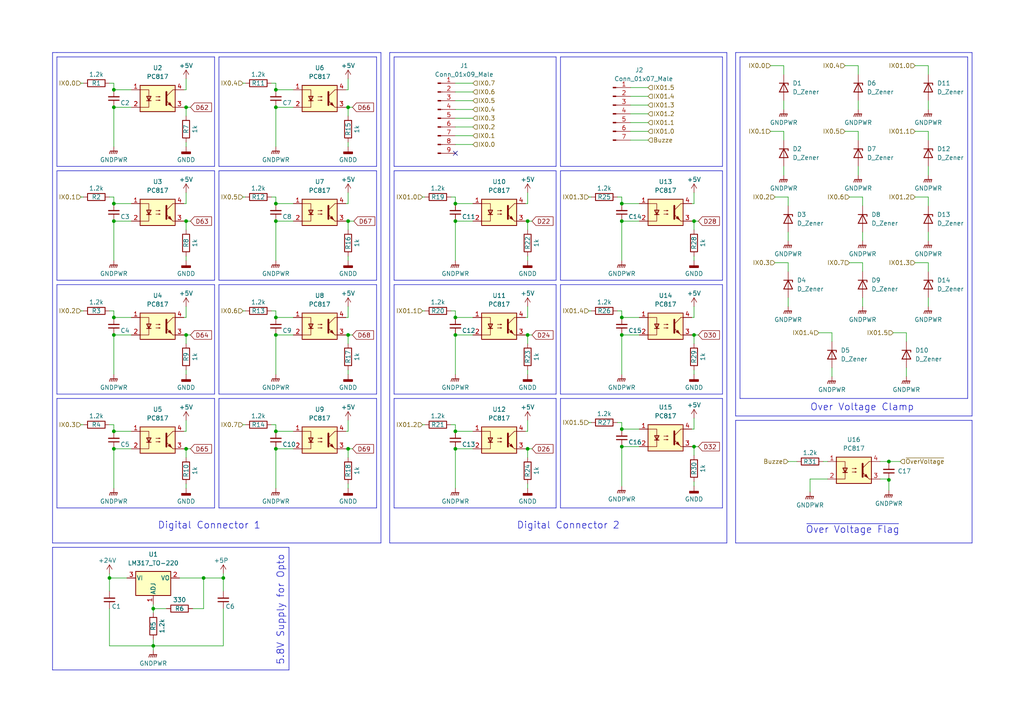
<source format=kicad_sch>
(kicad_sch (version 20230121) (generator eeschema)
  (paper "A4")
  (title_block (title "PLC RestoMod - Digital I/O") (date "2024-01-04") (rev "2.0") (company "Akbar Q Open Source") (comment 1 "Digital Input [Switch + External 24V]") (comment 2 "Corrected Relay Driver Circuit Power") (comment 3 "PCB Manufacture Complete - Pending Build and Test"))
  (junction (at 53.975 97.155))
  (junction (at 33.02 31.115))
  (junction (at 132.08 59.055))
  (junction (at 132.08 92.075))
  (junction (at 33.02 59.055))
  (junction (at 153.035 130.175))
  (junction (at 201.295 129.54))
  (junction (at 33.02 125.095))
  (junction (at 80.01 130.175))
  (junction (at 132.08 97.155))
  (junction (at 100.965 31.115))
  (junction (at 33.02 64.135))
  (junction (at 80.01 125.095))
  (junction (at 80.01 64.135))
  (junction (at 33.02 92.075))
  (junction (at 64.77 167.64))
  (junction (at 257.81 133.858))
  (junction (at 153.035 97.155))
  (junction (at 201.295 64.135))
  (junction (at 31.75 167.64))
  (junction (at 180.34 129.54))
  (junction (at 201.295 97.155))
  (junction (at 33.02 97.155))
  (junction (at 132.08 64.135))
  (junction (at 180.34 64.135))
  (junction (at 59.055 167.64))
  (junction (at 132.08 125.095))
  (junction (at 257.81 139.192))
  (junction (at 33.02 26.035))
  (junction (at 53.975 130.175))
  (junction (at 153.035 64.135))
  (junction (at 53.975 64.135))
  (junction (at 100.965 130.175))
  (junction (at 80.01 26.035))
  (junction (at 33.02 130.175))
  (junction (at 80.01 59.055))
  (junction (at 180.34 92.075))
  (junction (at 180.34 97.155))
  (junction (at 100.965 64.135))
  (junction (at 44.45 187.325))
  (junction (at 80.01 31.115))
  (junction (at 80.01 92.075))
  (junction (at 180.34 59.055))
  (junction (at 44.45 176.53))
  (junction (at 53.975 31.115))
  (junction (at 80.01 97.155))
  (junction (at 100.965 97.155))
  (junction (at 132.08 130.175))
  (junction (at 180.34 124.46))
  (no_connect (at 132.08 44.45))
  (wire (pts (xy 180.34 64.135) (xy 180.34 75.565)))
  (wire (pts (xy 262.89 99.06) (xy 262.89 96.52)))
  (polyline (pts (xy 63.5 115.57) (xy 109.22 115.57)))
  (wire (pts (xy 53.975 64.135) (xy 53.34 64.135)))
  (wire (pts (xy 201.295 97.155) (xy 200.66 97.155)))
  (wire (pts (xy 33.02 31.115) (xy 38.1 31.115)))
  (wire (pts (xy 255.27 138.938) (xy 257.81 138.938)))
  (polyline (pts (xy 162.56 16.51) (xy 162.56 48.26)))
  (wire (pts (xy 53.975 130.175) (xy 55.245 130.175)))
  (wire (pts (xy 80.01 125.095) (xy 85.09 125.095)))
  (wire (pts (xy 255.27 133.858) (xy 257.81 133.858)))
  (wire (pts (xy 180.34 129.54) (xy 185.42 129.54)))
  (polyline (pts (xy 161.29 114.3) (xy 114.3 114.3)))
  (wire (pts (xy 248.92 38.1) (xy 245.11 38.1)))
  (wire (pts (xy 100.965 130.175) (xy 102.235 130.175)))
  (wire (pts (xy 100.965 121.92) (xy 100.965 125.095)))
  (wire (pts (xy 132.08 24.13) (xy 137.16 24.13)))
  (wire (pts (xy 100.965 31.115) (xy 100.965 33.655)))
  (polyline (pts (xy 109.22 48.26) (xy 63.5 48.26)))
  (polyline (pts (xy 214.63 16.51) (xy 280.67 16.51)))
  (polyline (pts (xy 213.36 121.92) (xy 213.36 157.48)))
  (wire (pts (xy 248.92 48.26) (xy 248.92 50.8)))
  (wire (pts (xy 123.19 90.17) (xy 122.555 90.17)))
  (wire (pts (xy 132.08 64.135) (xy 137.16 64.135)))
  (wire (pts (xy 44.45 176.53) (xy 44.45 177.8)))
  (wire (pts (xy 64.77 176.53) (xy 64.77 187.325)))
  (wire (pts (xy 44.45 185.42) (xy 44.45 187.325)))
  (wire (pts (xy 33.02 57.15) (xy 33.02 59.055)))
  (wire (pts (xy 269.24 57.15) (xy 265.43 57.15)))
  (wire (pts (xy 132.08 26.67) (xy 137.16 26.67)))
  (polyline (pts (xy 62.23 49.53) (xy 62.23 81.28)))
  (wire (pts (xy 36.83 167.64) (xy 31.75 167.64)))
  (polyline (pts (xy 83.82 194.31) (xy 15.24 194.31)))
  (wire (pts (xy 100.965 140.335) (xy 100.965 141.605)))
  (wire (pts (xy 33.02 97.155) (xy 38.1 97.155)))
  (wire (pts (xy 153.035 64.135) (xy 154.305 64.135)))
  (wire (pts (xy 269.24 38.1) (xy 265.43 38.1)))
  (wire (pts (xy 132.08 125.095) (xy 137.16 125.095)))
  (wire (pts (xy 153.035 64.135) (xy 153.035 66.675)))
  (polyline (pts (xy 16.51 49.53) (xy 62.23 49.53)))
  (polyline (pts (xy 209.55 16.51) (xy 209.55 48.26)))
  (wire (pts (xy 269.24 48.26) (xy 269.24 50.8)))
  (wire (pts (xy 31.75 176.53) (xy 31.75 187.325)))
  (wire (pts (xy 180.34 57.15) (xy 180.34 59.055)))
  (wire (pts (xy 53.975 97.155) (xy 55.245 97.155)))
  (wire (pts (xy 201.295 139.7) (xy 201.295 140.97)))
  (polyline (pts (xy 62.23 16.51) (xy 62.23 48.26)))
  (polyline (pts (xy 63.5 115.57) (xy 63.5 147.32)))
  (polyline (pts (xy 114.3 49.53) (xy 114.3 81.28)))
  (polyline (pts (xy 16.51 49.53) (xy 16.51 81.28)))
  (wire (pts (xy 80.01 130.175) (xy 80.01 141.605)))
  (wire (pts (xy 241.3 96.52) (xy 237.49 96.52)))
  (wire (pts (xy 100.965 130.175) (xy 100.965 132.715)))
  (wire (pts (xy 100.965 130.175) (xy 100.33 130.175)))
  (polyline (pts (xy 110.49 157.48) (xy 15.24 157.48)))
  (polyline (pts (xy 63.5 16.51) (xy 109.22 16.51)))
  (polyline (pts (xy 281.94 157.48) (xy 213.36 157.48)))
  (wire (pts (xy 153.035 140.335) (xy 153.035 141.605)))
  (wire (pts (xy 24.13 123.19) (xy 23.495 123.19)))
  (polyline (pts (xy 162.56 82.55) (xy 162.56 114.3)))
  (wire (pts (xy 130.81 57.15) (xy 132.08 57.15)))
  (wire (pts (xy 53.975 55.88) (xy 53.975 59.055)))
  (wire (pts (xy 53.975 64.135) (xy 55.245 64.135)))
  (polyline (pts (xy 161.29 48.26) (xy 114.3 48.26)))
  (wire (pts (xy 153.035 97.155) (xy 154.305 97.155)))
  (wire (pts (xy 53.34 59.055) (xy 53.975 59.055)))
  (polyline (pts (xy 63.5 82.55) (xy 109.22 82.55)))
  (wire (pts (xy 227.33 29.21) (xy 227.33 31.75)))
  (wire (pts (xy 59.055 167.64) (xy 59.055 176.53)))
  (wire (pts (xy 80.01 31.115) (xy 80.01 42.545)))
  (wire (pts (xy 201.295 107.315) (xy 201.295 108.585)))
  (polyline (pts (xy 114.3 82.55) (xy 161.29 82.55)))
  (wire (pts (xy 53.975 31.115) (xy 53.975 33.655)))
  (wire (pts (xy 228.6 76.2) (xy 224.79 76.2)))
  (wire (pts (xy 31.75 166.37) (xy 31.75 167.64)))
  (wire (pts (xy 132.08 34.29) (xy 137.16 34.29)))
  (wire (pts (xy 100.965 74.295) (xy 100.965 75.565)))
  (polyline (pts (xy 161.29 82.55) (xy 161.29 114.3)))
  (wire (pts (xy 53.975 140.335) (xy 53.975 141.605)))
  (wire (pts (xy 153.035 97.155) (xy 153.035 99.695)))
  (wire (pts (xy 153.035 97.155) (xy 152.4 97.155)))
  (wire (pts (xy 182.88 38.1) (xy 187.96 38.1)))
  (wire (pts (xy 153.035 107.315) (xy 153.035 108.585)))
  (wire (pts (xy 201.295 97.155) (xy 202.565 97.155)))
  (wire (pts (xy 71.12 57.15) (xy 70.485 57.15)))
  (polyline (pts (xy 16.51 115.57) (xy 16.51 147.32)))
  (wire (pts (xy 257.81 139.192) (xy 257.81 142.24)))
  (wire (pts (xy 31.75 57.15) (xy 33.02 57.15)))
  (wire (pts (xy 80.01 59.055) (xy 85.09 59.055)))
  (polyline (pts (xy 209.55 147.32) (xy 162.56 147.32)))
  (wire (pts (xy 130.81 123.19) (xy 132.08 123.19)))
  (polyline (pts (xy 109.22 115.57) (xy 109.22 147.32)))
  (wire (pts (xy 100.33 26.035) (xy 100.965 26.035)))
  (wire (pts (xy 153.035 74.295) (xy 153.035 75.565)))
  (wire (pts (xy 269.24 67.31) (xy 269.24 69.85)))
  (wire (pts (xy 170.815 90.17) (xy 171.45 90.17)))
  (polyline (pts (xy 16.51 15.24) (xy 110.49 15.24)))
  (wire (pts (xy 31.75 123.19) (xy 33.02 123.19)))
  (wire (pts (xy 132.08 92.075) (xy 137.16 92.075)))
  (polyline (pts (xy 209.55 82.55) (xy 209.55 114.3)))
  (wire (pts (xy 153.035 130.175) (xy 152.4 130.175)))
  (wire (pts (xy 269.24 59.69) (xy 269.24 57.15)))
  (wire (pts (xy 269.24 29.21) (xy 269.24 31.75)))
  (polyline (pts (xy 114.3 16.51) (xy 114.3 48.26)))
  (wire (pts (xy 100.965 64.135) (xy 100.33 64.135)))
  (wire (pts (xy 100.965 97.155) (xy 100.33 97.155)))
  (wire (pts (xy 33.02 92.075) (xy 38.1 92.075)))
  (wire (pts (xy 228.6 67.31) (xy 228.6 69.85)))
  (polyline (pts (xy 281.94 120.65) (xy 213.36 120.65)))
  (wire (pts (xy 248.92 40.64) (xy 248.92 38.1)))
  (wire (pts (xy 269.24 78.74) (xy 269.24 76.2)))
  (wire (pts (xy 180.34 59.055) (xy 185.42 59.055)))
  (wire (pts (xy 53.975 64.135) (xy 53.975 66.675)))
  (wire (pts (xy 44.45 187.325) (xy 64.77 187.325)))
  (wire (pts (xy 53.975 97.155) (xy 53.34 97.155)))
  (wire (pts (xy 201.295 74.295) (xy 201.295 75.565)))
  (wire (pts (xy 78.74 123.19) (xy 80.01 123.19)))
  (polyline (pts (xy 16.51 115.57) (xy 62.23 115.57)))
  (wire (pts (xy 100.33 59.055) (xy 100.965 59.055)))
  (wire (pts (xy 227.33 19.05) (xy 223.52 19.05)))
  (wire (pts (xy 132.08 59.055) (xy 137.16 59.055)))
  (polyline (pts (xy 161.29 147.32) (xy 114.3 147.32)))
  (wire (pts (xy 182.88 27.94) (xy 187.96 27.94)))
  (polyline (pts (xy 62.23 147.32) (xy 16.51 147.32)))
  (polyline (pts (xy 114.3 16.51) (xy 161.29 16.51)))
  (wire (pts (xy 262.89 106.68) (xy 262.89 109.22)))
  (wire (pts (xy 122.555 57.15) (xy 123.19 57.15)))
  (wire (pts (xy 44.45 175.26) (xy 44.45 176.53)))
  (polyline (pts (xy 209.55 114.3) (xy 162.56 114.3)))
  (wire (pts (xy 80.01 92.075) (xy 85.09 92.075)))
  (wire (pts (xy 250.19 67.31) (xy 250.19 69.85)))
  (polyline (pts (xy 162.56 115.57) (xy 209.55 115.57)))
  (wire (pts (xy 80.01 24.13) (xy 80.01 26.035)))
  (wire (pts (xy 80.01 97.155) (xy 80.01 108.585)))
  (wire (pts (xy 180.34 90.17) (xy 180.34 92.075)))
  (wire (pts (xy 248.92 19.05) (xy 245.11 19.05)))
  (wire (pts (xy 53.975 97.155) (xy 53.975 99.695)))
  (wire (pts (xy 132.08 130.175) (xy 132.08 141.605)))
  (wire (pts (xy 153.035 121.92) (xy 153.035 125.095)))
  (wire (pts (xy 132.08 64.135) (xy 132.08 75.565)))
  (wire (pts (xy 250.19 76.2) (xy 246.38 76.2)))
  (polyline (pts (xy 83.82 158.75) (xy 83.82 194.31)))
  (wire (pts (xy 53.34 125.095) (xy 53.975 125.095)))
  (polyline (pts (xy 109.22 82.55) (xy 109.22 114.3)))
  (wire (pts (xy 152.4 125.095) (xy 153.035 125.095)))
  (polyline (pts (xy 210.82 157.48) (xy 210.82 15.24)))
  (polyline (pts (xy 63.5 49.53) (xy 63.5 81.28)))
  (wire (pts (xy 153.035 88.9) (xy 153.035 92.075)))
  (wire (pts (xy 228.6 78.74) (xy 228.6 76.2)))
  (polyline (pts (xy 16.51 16.51) (xy 16.51 48.26)))
  (wire (pts (xy 100.33 125.095) (xy 100.965 125.095)))
  (wire (pts (xy 53.975 31.115) (xy 55.245 31.115)))
  (wire (pts (xy 31.75 24.13) (xy 33.02 24.13)))
  (wire (pts (xy 153.035 64.135) (xy 152.4 64.135)))
  (polyline (pts (xy 62.23 82.55) (xy 62.23 114.3)))
  (polyline (pts (xy 109.22 81.28) (xy 63.5 81.28)))
  (wire (pts (xy 180.34 97.155) (xy 180.34 108.585)))
  (polyline (pts (xy 209.55 48.26) (xy 162.56 48.26)))
  (wire (pts (xy 250.19 59.69) (xy 250.19 57.15)))
  (wire (pts (xy 201.295 129.54) (xy 202.565 129.54)))
  (wire (pts (xy 228.6 57.15) (xy 224.79 57.15)))
  (polyline (pts (xy 280.67 16.51) (xy 280.67 115.57)))
  (polyline (pts (xy 63.5 82.55) (xy 63.5 114.3)))
  (wire (pts (xy 64.77 166.37) (xy 64.77 167.64)))
  (wire (pts (xy 64.77 171.45) (xy 64.77 167.64)))
  (wire (pts (xy 33.02 24.13) (xy 33.02 26.035)))
  (wire (pts (xy 33.02 64.135) (xy 38.1 64.135)))
  (polyline (pts (xy 113.03 157.48) (xy 210.82 157.48)))
  (wire (pts (xy 53.975 41.275) (xy 53.975 42.545)))
  (wire (pts (xy 80.01 64.135) (xy 85.09 64.135)))
  (wire (pts (xy 100.965 31.115) (xy 100.33 31.115)))
  (wire (pts (xy 228.6 86.36) (xy 228.6 88.9)))
  (wire (pts (xy 31.75 187.325) (xy 44.45 187.325)))
  (wire (pts (xy 228.6 59.69) (xy 228.6 57.15)))
  (wire (pts (xy 100.965 97.155) (xy 100.965 99.695)))
  (wire (pts (xy 52.07 167.64) (xy 59.055 167.64)))
  (wire (pts (xy 132.08 123.19) (xy 132.08 125.095)))
  (wire (pts (xy 234.9498 142.7022) (xy 234.9498 138.938)))
  (wire (pts (xy 201.295 129.54) (xy 201.295 132.08)))
  (wire (pts (xy 130.81 90.17) (xy 132.08 90.17)))
  (wire (pts (xy 201.295 64.135) (xy 202.565 64.135)))
  (wire (pts (xy 132.08 97.155) (xy 137.16 97.155)))
  (wire (pts (xy 132.08 29.21) (xy 137.16 29.21)))
  (wire (pts (xy 24.13 57.15) (xy 23.495 57.15)))
  (wire (pts (xy 33.02 130.175) (xy 33.02 141.605)))
  (wire (pts (xy 31.75 167.64) (xy 31.75 171.45)))
  (wire (pts (xy 180.34 122.555) (xy 180.34 124.46)))
  (wire (pts (xy 78.74 24.13) (xy 80.01 24.13)))
  (wire (pts (xy 33.02 123.19) (xy 33.02 125.095)))
  (wire (pts (xy 33.02 64.135) (xy 33.02 75.565)))
  (wire (pts (xy 132.08 41.91) (xy 137.16 41.91)))
  (polyline (pts (xy 161.29 49.53) (xy 161.29 81.28)))
  (polyline (pts (xy 114.3 115.57) (xy 161.29 115.57)))
  (wire (pts (xy 100.33 92.075) (xy 100.965 92.075)))
  (polyline (pts (xy 280.67 115.57) (xy 214.63 115.57)))
  (wire (pts (xy 180.34 64.135) (xy 185.42 64.135)))
  (wire (pts (xy 182.88 33.02) (xy 187.96 33.02)))
  (polyline (pts (xy 62.23 81.28) (xy 16.51 81.28)))
  (polyline (pts (xy 162.56 115.57) (xy 162.56 147.32)))
  (wire (pts (xy 80.01 64.135) (xy 80.01 75.565)))
  (polyline (pts (xy 281.94 121.92) (xy 281.94 157.48)))
  (polyline (pts (xy 114.3 82.55) (xy 114.3 114.3)))
  (wire (pts (xy 152.4 92.075) (xy 153.035 92.075)))
  (wire (pts (xy 248.92 21.59) (xy 248.92 19.05)))
  (wire (pts (xy 59.055 167.64) (xy 64.77 167.64)))
  (polyline (pts (xy 63.5 16.51) (xy 63.5 48.26)))
  (wire (pts (xy 180.34 129.54) (xy 180.34 140.97)))
  (wire (pts (xy 201.295 64.135) (xy 201.295 66.675)))
  (polyline (pts (xy 162.56 16.51) (xy 209.55 16.51)))
  (wire (pts (xy 80.01 130.175) (xy 85.09 130.175)))
  (wire (pts (xy 71.12 90.17) (xy 70.485 90.17)))
  (wire (pts (xy 201.295 88.9) (xy 201.295 92.075)))
  (wire (pts (xy 250.19 78.74) (xy 250.19 76.2)))
  (wire (pts (xy 200.66 59.055) (xy 201.295 59.055)))
  (polyline (pts (xy 213.36 121.92) (xy 281.94 121.92)))
  (wire (pts (xy 179.07 122.555) (xy 180.34 122.555)))
  (wire (pts (xy 132.08 97.155) (xy 132.08 108.585)))
  (wire (pts (xy 227.33 48.26) (xy 227.33 50.8)))
  (wire (pts (xy 33.02 59.055) (xy 38.1 59.055)))
  (polyline (pts (xy 209.55 81.28) (xy 162.56 81.28)))
  (wire (pts (xy 241.3 99.06) (xy 241.3 96.52)))
  (wire (pts (xy 200.66 92.075) (xy 201.295 92.075)))
  (wire (pts (xy 201.295 97.155) (xy 201.295 99.695)))
  (wire (pts (xy 132.08 90.17) (xy 132.08 92.075)))
  (wire (pts (xy 80.01 57.15) (xy 80.01 59.055)))
  (wire (pts (xy 100.965 55.88) (xy 100.965 59.055)))
  (wire (pts (xy 257.81 133.858) (xy 257.81 134.112)))
  (wire (pts (xy 71.12 24.13) (xy 70.485 24.13)))
  (polyline (pts (xy 162.56 82.55) (xy 209.55 82.55)))
  (wire (pts (xy 31.75 90.17) (xy 33.02 90.17)))
  (wire (pts (xy 180.34 124.46) (xy 185.42 124.46)))
  (polyline (pts (xy 15.24 157.48) (xy 15.24 15.24)))
  (wire (pts (xy 33.02 130.175) (xy 38.1 130.175)))
  (polyline (pts (xy 113.03 15.24) (xy 210.82 15.24)))
  (wire (pts (xy 180.34 92.075) (xy 185.42 92.075)))
  (wire (pts (xy 248.92 29.21) (xy 248.92 31.75)))
  (polyline (pts (xy 62.23 115.57) (xy 62.23 147.32)))
  (polyline (pts (xy 114.3 49.53) (xy 161.29 49.53)))
  (wire (pts (xy 201.295 55.88) (xy 201.295 59.055)))
  (wire (pts (xy 201.295 129.54) (xy 200.66 129.54)))
  (wire (pts (xy 53.975 22.86) (xy 53.975 26.035)))
  (wire (pts (xy 171.45 57.15) (xy 170.815 57.15)))
  (wire (pts (xy 53.34 26.035) (xy 53.975 26.035)))
  (wire (pts (xy 33.02 125.095) (xy 38.1 125.095)))
  (polyline (pts (xy 281.94 15.24) (xy 281.94 120.65)))
  (wire (pts (xy 100.965 41.275) (xy 100.965 42.545)))
  (wire (pts (xy 132.08 57.15) (xy 132.08 59.055)))
  (wire (pts (xy 182.88 25.4) (xy 187.96 25.4)))
  (wire (pts (xy 228.6 133.858) (xy 231.14 133.858)))
  (polyline (pts (xy 16.51 16.51) (xy 62.23 16.51)))
  (wire (pts (xy 100.965 97.155) (xy 102.235 97.155)))
  (wire (pts (xy 227.33 21.59) (xy 227.33 19.05)))
  (wire (pts (xy 78.74 57.15) (xy 80.01 57.15)))
  (polyline (pts (xy 114.3 115.57) (xy 114.3 147.32)))
  (wire (pts (xy 250.19 57.15) (xy 246.38 57.15)))
  (wire (pts (xy 227.33 40.64) (xy 227.33 38.1)))
  (polyline (pts (xy 161.29 81.28) (xy 114.3 81.28)))
  (wire (pts (xy 132.08 39.37) (xy 137.16 39.37)))
  (wire (pts (xy 240.03 133.858) (xy 238.76 133.858)))
  (wire (pts (xy 80.01 97.155) (xy 85.09 97.155)))
  (polyline (pts (xy 110.49 15.24) (xy 110.49 157.48)))
  (polyline (pts (xy 62.23 114.3) (xy 16.51 114.3)))
  (wire (pts (xy 132.08 130.175) (xy 137.16 130.175)))
  (wire (pts (xy 53.975 31.115) (xy 53.34 31.115)))
  (wire (pts (xy 180.34 97.155) (xy 185.42 97.155)))
  (wire (pts (xy 153.035 55.88) (xy 153.035 59.055)))
  (polyline (pts (xy 109.22 147.32) (xy 63.5 147.32)))
  (wire (pts (xy 23.495 24.13) (xy 24.13 24.13)))
  (wire (pts (xy 44.45 176.53) (xy 48.26 176.53)))
  (wire (pts (xy 53.34 92.075) (xy 53.975 92.075)))
  (polyline (pts (xy 162.56 49.53) (xy 209.55 49.53)))
  (wire (pts (xy 153.035 130.175) (xy 154.305 130.175)))
  (wire (pts (xy 80.01 90.17) (xy 80.01 92.075)))
  (polyline (pts (xy 63.5 49.53) (xy 109.22 49.53)))
  (wire (pts (xy 33.02 26.035) (xy 38.1 26.035)))
  (polyline (pts (xy 161.29 115.57) (xy 161.29 147.32)))
  (polyline (pts (xy 209.55 49.53) (xy 209.55 81.28)))
  (polyline (pts (xy 16.51 82.55) (xy 62.23 82.55)))
  (wire (pts (xy 269.24 86.36) (xy 269.24 88.9)))
  (polyline (pts (xy 16.51 82.55) (xy 16.51 114.3)))
  (wire (pts (xy 257.81 133.858) (xy 261.112 133.858)))
  (wire (pts (xy 70.485 123.19) (xy 71.12 123.19)))
  (polyline (pts (xy 162.56 49.53) (xy 162.56 81.28)))
  (polyline (pts (xy 15.24 158.75) (xy 83.82 158.75)))
  (polyline (pts (xy 62.23 48.26) (xy 16.51 48.26)))
  (wire (pts (xy 53.975 74.295) (xy 53.975 75.565)))
  (wire (pts (xy 33.02 31.115) (xy 33.02 42.545)))
  (wire (pts (xy 257.81 138.938) (xy 257.81 139.192)))
  (wire (pts (xy 80.01 26.035) (xy 85.09 26.035)))
  (wire (pts (xy 182.88 30.48) (xy 187.96 30.48)))
  (polyline (pts (xy 109.22 114.3) (xy 63.5 114.3)))
  (wire (pts (xy 132.08 31.75) (xy 137.16 31.75)))
  (wire (pts (xy 250.19 86.36) (xy 250.19 88.9)))
  (wire (pts (xy 53.975 107.315) (xy 53.975 108.585)))
  (wire (pts (xy 269.24 76.2) (xy 265.43 76.2)))
  (wire (pts (xy 53.975 88.9) (xy 53.975 92.075)))
  (polyline (pts (xy 109.22 16.51) (xy 109.22 48.26)))
  (wire (pts (xy 80.01 123.19) (xy 80.01 125.095)))
  (wire (pts (xy 234.9498 138.938) (xy 240.03 138.938)))
  (wire (pts (xy 100.965 22.86) (xy 100.965 26.035)))
  (wire (pts (xy 55.88 176.53) (xy 59.055 176.53)))
  (wire (pts (xy 269.24 40.64) (xy 269.24 38.1)))
  (wire (pts (xy 53.975 121.92) (xy 53.975 125.095)))
  (wire (pts (xy 201.295 64.135) (xy 200.66 64.135)))
  (polyline (pts (xy 161.29 16.51) (xy 161.29 48.26)))
  (wire (pts (xy 227.33 38.1) (xy 223.52 38.1)))
  (wire (pts (xy 100.965 107.315) (xy 100.965 108.585)))
  (wire (pts (xy 152.4 59.055) (xy 153.035 59.055)))
  (wire (pts (xy 269.24 19.05) (xy 265.43 19.05)))
  (polyline (pts (xy 214.63 16.51) (xy 214.63 115.57)))
  (wire (pts (xy 179.07 90.17) (xy 180.34 90.17)))
  (wire (pts (xy 100.965 88.9) (xy 100.965 92.075)))
  (polyline (pts (xy 213.36 15.24) (xy 213.36 120.65)))
  (wire (pts (xy 53.975 130.175) (xy 53.975 132.715)))
  (polyline (pts (xy 15.24 15.24) (xy 16.51 15.24)))
  (wire (pts (xy 78.74 90.17) (xy 80.01 90.17)))
  (wire (pts (xy 132.08 36.83) (xy 137.16 36.83)))
  (wire (pts (xy 100.965 31.115) (xy 102.235 31.115)))
  (wire (pts (xy 179.07 57.15) (xy 180.34 57.15)))
  (wire (pts (xy 33.02 97.155) (xy 33.02 108.585)))
  (wire (pts (xy 100.965 64.135) (xy 102.616 64.135)))
  (wire (pts (xy 153.035 130.175) (xy 153.035 132.715)))
  (wire (pts (xy 241.3 106.68) (xy 241.3 109.22)))
  (wire (pts (xy 33.02 90.17) (xy 33.02 92.075)))
  (polyline (pts (xy 209.55 115.57) (xy 209.55 147.32)))
  (wire (pts (xy 200.66 124.46) (xy 201.295 124.46)))
  (wire (pts (xy 269.24 21.59) (xy 269.24 19.05)))
  (wire (pts (xy 80.01 31.115) (xy 85.09 31.115)))
  (wire (pts (xy 182.88 35.56) (xy 187.96 35.56)))
  (polyline (pts (xy 213.36 15.24) (xy 281.94 15.24)))
  (wire (pts (xy 182.88 40.64) (xy 187.96 40.64)))
  (wire (pts (xy 171.45 122.555) (xy 170.815 122.555)))
  (wire (pts (xy 100.965 64.135) (xy 100.965 66.675)))
  (polyline (pts (xy 109.22 49.53) (xy 109.22 81.28)))
  (wire (pts (xy 53.975 130.175) (xy 53.34 130.175)))
  (wire (pts (xy 44.45 187.325) (xy 44.45 188.595)))
  (wire (pts (xy 201.295 121.285) (xy 201.295 124.46)))
  (polyline (pts (xy 15.24 158.75) (xy 15.24 194.31)))
  (wire (pts (xy 24.13 90.17) (xy 23.495 90.17)))
  (polyline (pts (xy 113.03 15.24) (xy 113.03 157.48)))
  (wire (pts (xy 123.19 123.19) (xy 122.555 123.19)))
  (wire (pts (xy 262.89 96.52) (xy 259.08 96.52)))
  (text "~{Over Voltage Flag}" (at 233.68 154.94 0) (effects (font (size 2 2)) (justify left bottom)))
  (text "5.8V Supply for Opto" (at 82.55 193.04 90) (effects (font (size 2 2)) (justify left bottom)))
  (text "Over Voltage Clamp\n" (at 234.95 119.38 0) (effects (font (size 2 2)) (justify left bottom)))
  (text "Digital Connector 1" (at 45.72 153.67 0) (effects (font (size 2 2)) (justify left bottom)))
  (text "Digital Connector 2\n" (at 149.86 153.67 0) (effects (font (size 2 2)) (justify left bottom)))
  (global_label "D30" (shape input) (at 202.565 97.155 0) (property "Intersheetrefs" "${INTERSHEET_REFS}" (effects hide)))
  (global_label "D22" (shape input) (at 154.305 64.135 0) (property "Intersheetrefs" "${INTERSHEET_REFS}" (effects hide)))
  (global_label "D67" (shape input) (at 102.616 64.135 0) (property "Intersheetrefs" "${INTERSHEET_REFS}" (effects hide)))
  (global_label "D69" (shape input) (at 102.235 130.175 0) (property "Intersheetrefs" "${INTERSHEET_REFS}" (effects hide)))
  (global_label "D64" (shape input) (at 55.245 97.155 0) (property "Intersheetrefs" "${INTERSHEET_REFS}" (effects hide)))
  (global_label "D32" (shape input) (at 202.565 129.54 0) (property "Intersheetrefs" "${INTERSHEET_REFS}" (effects hide)))
  (global_label "D24" (shape input) (at 154.305 97.155 0) (property "Intersheetrefs" "${INTERSHEET_REFS}" (effects hide)))
  (global_label "D26" (shape input) (at 154.305 130.175 0) (property "Intersheetrefs" "${INTERSHEET_REFS}" (effects hide)))
  (global_label "D66" (shape input) (at 102.235 31.115 0) (property "Intersheetrefs" "${INTERSHEET_REFS}" (effects hide)))
  (global_label "D28" (shape input) (at 202.565 64.135 0) (property "Intersheetrefs" "${INTERSHEET_REFS}" (effects hide)))
  (global_label "D63" (shape input) (at 55.245 64.135 0) (property "Intersheetrefs" "${INTERSHEET_REFS}" (effects hide)))
  (global_label "D62" (shape input) (at 55.245 31.115 0) (property "Intersheetrefs" "${INTERSHEET_REFS}" (effects hide)))
  (global_label "D68" (shape input) (at 102.235 97.155 0) (property "Intersheetrefs" "${INTERSHEET_REFS}" (effects hide)))
  (global_label "D65" (shape input) (at 55.245 130.175 0) (property "Intersheetrefs" "${INTERSHEET_REFS}" (effects hide)))
  (hierarchical_label "IX01.4" (shape input) (at 170.815 90.17 180))
  (hierarchical_label "IX01.1" (shape input) (at 187.96 35.56 0))
  (hierarchical_label "IX01.1" (shape input) (at 122.555 90.17 180))
  (hierarchical_label "IX01.5" (shape input) (at 259.08 96.52 180))
  (hierarchical_label "IX01.0" (shape input) (at 265.43 19.05 180))
  (hierarchical_label "IX01.5" (shape input) (at 170.815 122.555 180))
  (hierarchical_label "Buzze" (shape input) (at 228.6 133.858 180))
  (hierarchical_label "IX0.4" (shape input) (at 137.16 31.75 0))
  (hierarchical_label "IX0.0" (shape input) (at 223.52 19.05 180))
  (hierarchical_label "IX01.5" (shape input) (at 187.96 25.4 0))
  (hierarchical_label "IX0.5" (shape input) (at 70.485 57.15 180))
  (hierarchical_label "IX0.7" (shape input) (at 246.38 76.2 180))
  (hierarchical_label "IX0.1" (shape input) (at 23.495 57.15 180))
  (hierarchical_label "IX0.0" (shape input) (at 137.16 41.91 0))
  (hierarchical_label "IX0.1" (shape input) (at 223.52 38.1 180))
  (hierarchical_label "IX0.6" (shape input) (at 70.485 90.17 180))
  (hierarchical_label "IX01.3" (shape input) (at 170.815 57.15 180))
  (hierarchical_label "IX01.2" (shape input) (at 265.43 57.15 180))
  (hierarchical_label "IX01.1" (shape input) (at 265.43 38.1 180))
  (hierarchical_label "IX01.4" (shape input) (at 187.96 27.94 0))
  (hierarchical_label "Buzze" (shape input) (at 187.96 40.64 0))
  (hierarchical_label "IX0.4" (shape input) (at 245.11 19.05 180))
  (hierarchical_label "IX0.2" (shape input) (at 137.16 36.83 0))
  (hierarchical_label "IX0.6" (shape input) (at 246.38 57.15 180))
  (hierarchical_label "IX01.2" (shape input) (at 122.555 123.19 180))
  (hierarchical_label "IX0.2" (shape input) (at 23.495 90.17 180))
  (hierarchical_label "IX01.2" (shape input) (at 187.96 33.02 0))
  (hierarchical_label "IX01.0" (shape input) (at 187.96 38.1 0))
  (hierarchical_label "IX0.5" (shape input) (at 245.11 38.1 180))
  (hierarchical_label "IX01.0" (shape input) (at 122.555 57.15 180))
  (hierarchical_label "IX0.7" (shape input) (at 70.485 123.19 180))
  (hierarchical_label "IX0.3" (shape input) (at 23.495 123.19 180))
  (hierarchical_label "IX01.3" (shape input) (at 265.43 76.2 180))
  (hierarchical_label "~{OverVoltage}" (shape input) (at 261.112 133.858 0))
  (hierarchical_label "IX0.3" (shape input) (at 224.79 76.2 180))
  (hierarchical_label "IX0.3" (shape input) (at 137.16 34.29 0))
  (hierarchical_label "IX0.4" (shape input) (at 70.485 24.13 180))
  (hierarchical_label "IX0.2" (shape input) (at 224.79 57.15 180))
  (hierarchical_label "IX01.3" (shape input) (at 187.96 30.48 0))
  (hierarchical_label "IX0.6" (shape input) (at 137.16 26.67 0))
  (hierarchical_label "IX0.1" (shape input) (at 137.16 39.37 0))
  (hierarchical_label "IX0.0" (shape input) (at 23.495 24.13 180))
  (hierarchical_label "IX0.5" (shape input) (at 137.16 29.21 0))
  (hierarchical_label "IX0.7" (shape input) (at 137.16 24.13 0))
  (hierarchical_label "IX01.4" (shape input) (at 237.49 96.52 180))
  (symbol (lib_id "Device:C_Small") (at 33.02 28.575 180) (unit 1)
    (property "Reference" "C2" (at 34.925 29.845 0) (effects (justify right)))
    (property "Value" "C_Small" (effects hide))
    (property "Footprint" "Capacitor_THT:C_Disc_D3.8mm_W2.6mm_P2.50mm" (effects hide))
  )
  (symbol (lib_id "Device:R") (at 100.965 103.505 180) (unit 1)
    (property "Reference" "R17" (at 100.965 103.505 90))
    (property "Value" "1k" (at 103.505 103.505 90))
    (property "Footprint" "Resistor_THT:R_Axial_DIN0204_L3.6mm_D1.6mm_P1.90mm_Vertical" (effects hide))
  )
  (symbol (lib_id "power:GNDD") (at 100.965 108.585 0) (unit 1)
    (property "Reference" "#PWR025" (effects hide))
    (property "Value" "GNDD" (at 100.965 112.395 0))
  )
  (symbol (lib_id "Device:R") (at 153.035 103.505 180) (unit 1)
    (property "Reference" "R23" (at 153.035 103.505 90))
    (property "Value" "1k" (at 155.575 103.505 90))
    (property "Footprint" "Resistor_THT:R_Axial_DIN0204_L3.6mm_D1.6mm_P1.90mm_Vertical" (effects hide))
  )
  (symbol (lib_id "power:GNDPWR") (at 248.92 50.8 0) (unit 1)
    (property "Reference" "#PWR053" (effects hide))
    (property "Value" "GNDPWR" (at 248.92 54.61 0))
  )
  (symbol (lib_id "Device:R") (at 201.295 103.505 180) (unit 1)
    (property "Reference" "R29" (at 201.295 103.505 90))
    (property "Value" "1k" (at 203.835 103.505 90))
    (property "Footprint" "Resistor_THT:R_Axial_DIN0204_L3.6mm_D1.6mm_P1.90mm_Vertical" (effects hide))
  )
  (symbol (lib_id "Isolator:PC817") (at 193.04 94.615 0) (unit 1)
    (property "Reference" "U14" (at 193.04 85.725 0))
    (property "Value" "PC817" (at 193.04 88.265 0))
    (property "Footprint" "Package_DIP:DIP-4_W7.62mm" (effects hide))
    (property "Datasheet" "http://www.soselectronic.cz/a_info/resource/d/pc817.pdf" (effects hide))
  )
  (symbol (lib_id "Isolator:PC817") (at 45.72 127.635 0) (unit 1)
    (property "Reference" "U5" (at 45.72 118.745 0))
    (property "Value" "PC817" (at 45.72 121.285 0))
    (property "Footprint" "Package_DIP:DIP-4_W7.62mm" (effects hide))
    (property "Datasheet" "http://www.soselectronic.cz/a_info/resource/d/pc817.pdf" (effects hide))
  )
  (symbol (lib_id "Isolator:PC817") (at 193.04 127 0) (unit 1)
    (property "Reference" "U15" (at 193.04 118.11 0))
    (property "Value" "PC817" (at 193.04 120.65 0))
    (property "Footprint" "Package_DIP:DIP-4_W7.62mm" (effects hide))
    (property "Datasheet" "http://www.soselectronic.cz/a_info/resource/d/pc817.pdf" (effects hide))
  )
  (symbol (lib_id "Device:D_Zener") (at 269.24 82.55 270) (unit 1)
    (property "Reference" "D14" (at 271.78 81.2799 90) (effects (justify left)))
    (property "Value" "D_Zener" (at 271.78 83.8199 90) (effects (justify left)))
    (property "Footprint" "Diode_THT:D_5W_P5.08mm_Vertical_AnodeUp" (effects hide))
  )
  (symbol (lib_id "power:GNDD") (at 153.035 141.605 0) (unit 1)
    (property "Reference" "#PWR036" (effects hide))
    (property "Value" "GNDD" (at 153.035 145.415 0))
  )
  (symbol (lib_id "Device:D_Zener") (at 248.92 25.4 270) (unit 1)
    (property "Reference" "D6" (at 251.46 24.1299 90) (effects (justify left)))
    (property "Value" "D_Zener" (at 251.46 26.6699 90) (effects (justify left)))
    (property "Footprint" "Diode_THT:D_5W_P5.08mm_Vertical_AnodeUp" (effects hide))
  )
  (symbol (lib_id "power:+5V") (at 100.965 121.92 0) (unit 1)
    (property "Reference" "#PWR026" (effects hide))
    (property "Value" "+5V" (at 100.965 118.11 0))
  )
  (symbol (lib_id "Isolator:PC817") (at 92.71 28.575 0) (unit 1)
    (property "Reference" "U6" (at 92.71 19.685 0))
    (property "Value" "PC817" (at 92.71 22.225 0))
    (property "Footprint" "Package_DIP:DIP-4_W7.62mm" (effects hide))
    (property "Datasheet" "http://www.soselectronic.cz/a_info/resource/d/pc817.pdf" (effects hide))
  )
  (symbol (lib_id "Device:R") (at 74.93 90.17 90) (unit 1)
    (property "Reference" "R13" (at 74.93 90.17 90))
    (property "Value" "1.2k" (at 74.93 87.63 90))
    (property "Footprint" "Resistor_THT:R_Axial_DIN0204_L3.6mm_D1.6mm_P2.54mm_Vertical" (effects hide))
  )
  (symbol (lib_id "power:+5V") (at 153.035 121.92 0) (unit 1)
    (property "Reference" "#PWR035" (effects hide))
    (property "Value" "+5V" (at 153.035 118.11 0))
  )
  (symbol (lib_id "power:GNDD") (at 201.295 108.585 0) (unit 1)
    (property "Reference" "#PWR043" (effects hide))
    (property "Value" "GNDD" (at 201.295 112.395 0))
  )
  (symbol (lib_id "Device:C_Small") (at 132.08 61.595 180) (unit 1)
    (property "Reference" "C11" (at 133.985 62.865 0) (effects (justify right)))
    (property "Value" "C_Small" (effects hide))
    (property "Footprint" "Capacitor_THT:C_Disc_D3.8mm_W2.6mm_P2.50mm" (effects hide))
  )
  (symbol (lib_id "Device:R") (at 27.94 57.15 90) (unit 1)
    (property "Reference" "R2" (at 27.94 57.15 90))
    (property "Value" "1.2k" (at 27.94 54.61 90))
    (property "Footprint" "Resistor_THT:R_Axial_DIN0204_L3.6mm_D1.6mm_P2.54mm_Vertical" (effects hide))
  )
  (symbol (lib_id "Device:C_Small") (at 33.02 94.615 180) (unit 1)
    (property "Reference" "C4" (at 34.925 95.885 0) (effects (justify right)))
    (property "Value" "C_Small" (effects hide))
    (property "Footprint" "Capacitor_THT:C_Disc_D3.8mm_W2.6mm_P2.50mm" (effects hide))
  )
  (symbol (lib_id "Device:R") (at 175.26 90.17 90) (unit 1)
    (property "Reference" "R26" (at 175.26 90.17 90))
    (property "Value" "1.2k" (at 175.26 87.63 90))
    (property "Footprint" "Resistor_THT:R_Axial_DIN0204_L3.6mm_D1.6mm_P2.54mm_Vertical" (effects hide))
  )
  (symbol (lib_id "Isolator:PC817") (at 45.72 61.595 0) (unit 1)
    (property "Reference" "U3" (at 45.72 52.705 0))
    (property "Value" "PC817" (at 45.72 55.245 0))
    (property "Footprint" "Package_DIP:DIP-4_W7.62mm" (effects hide))
    (property "Datasheet" "http://www.soselectronic.cz/a_info/resource/d/pc817.pdf" (effects hide))
  )
  (symbol (lib_id "Device:R") (at 27.94 24.13 90) (unit 1)
    (property "Reference" "R1" (at 27.94 24.13 90))
    (property "Value" "1.2k" (at 27.94 21.59 90))
    (property "Footprint" "Resistor_THT:R_Axial_DIN0204_L3.6mm_D1.6mm_P2.54mm_Vertical" (effects hide))
  )
  (symbol (lib_id "power:GNDD") (at 153.035 75.565 0) (unit 1)
    (property "Reference" "#PWR032" (effects hide))
    (property "Value" "GNDD" (at 153.035 79.375 0))
  )
  (symbol (lib_id "power:+5V") (at 201.295 121.285 0) (unit 1)
    (property "Reference" "#PWR044" (effects hide))
    (property "Value" "+5V" (at 201.295 117.475 0))
  )
  (symbol (lib_id "power:+5V") (at 100.965 55.88 0) (unit 1)
    (property "Reference" "#PWR022" (effects hide))
    (property "Value" "+5V" (at 100.965 52.07 0))
  )
  (symbol (lib_id "power:+5V") (at 201.295 55.88 0) (unit 1)
    (property "Reference" "#PWR040" (effects hide))
    (property "Value" "+5V" (at 201.295 52.07 0))
  )
  (symbol (lib_id "Device:R") (at 100.965 136.525 180) (unit 1)
    (property "Reference" "R18" (at 100.965 136.525 90))
    (property "Value" "1k" (at 103.505 136.525 90))
    (property "Footprint" "Resistor_THT:R_Axial_DIN0204_L3.6mm_D1.6mm_P1.90mm_Vertical" (effects hide))
  )
  (symbol (lib_id "power:+5V") (at 53.975 55.88 0) (unit 1)
    (property "Reference" "#PWR09" (effects hide))
    (property "Value" "+5V" (at 53.975 52.07 0))
  )
  (symbol (lib_id "power:GNDPWR") (at 33.02 141.605 0) (unit 1)
    (property "Reference" "#PWR05" (effects hide))
    (property "Value" "GNDPWR" (at 33.02 145.415 0))
  )
  (symbol (lib_id "Device:D_Zener") (at 250.19 82.55 270) (unit 1)
    (property "Reference" "D9" (at 252.73 81.2799 90) (effects (justify left)))
    (property "Value" "D_Zener" (at 252.73 83.8199 90) (effects (justify left)))
    (property "Footprint" "Diode_THT:D_5W_P5.08mm_Vertical_AnodeUp" (effects hide))
  )
  (symbol (lib_id "power:+24V") (at 31.75 166.37 0) (unit 1)
    (property "Reference" "#PWR01" (effects hide))
    (property "Value" "+24V" (at 31.115 162.56 0))
  )
  (symbol (lib_id "Connector:Conn_01x09_Male") (at 127 34.29 0) (unit 1)
    (property "Reference" "J1" (at 134.62 19.05 0))
    (property "Value" "Conn_01x09_Male" (at 134.62 21.59 0))
    (property "Footprint" "Connector_PinHeader_2.54mm:PinHeader_1x09_P2.54mm_Vertical" (effects hide))
  )
  (symbol (lib_id "Device:R") (at 201.295 70.485 180) (unit 1)
    (property "Reference" "R28" (at 201.295 70.485 90))
    (property "Value" "1k" (at 203.835 70.485 90))
    (property "Footprint" "Resistor_THT:R_Axial_DIN0204_L3.6mm_D1.6mm_P1.90mm_Vertical" (effects hide))
  )
  (symbol (lib_id "power:+5P") (at 64.77 166.37 0) (unit 1)
    (property "Reference" "#PWR015" (effects hide))
    (property "Value" "+5P" (at 64.135 162.56 0))
  )
  (symbol (lib_id "Device:C_Small") (at 80.01 28.575 180) (unit 1)
    (property "Reference" "C7" (at 81.915 29.845 0) (effects (justify right)))
    (property "Value" "C_Small" (effects hide))
    (property "Footprint" "Capacitor_THT:C_Disc_D3.8mm_W2.6mm_P2.50mm" (effects hide))
  )
  (symbol (lib_id "Device:C_Small") (at 33.02 61.595 180) (unit 1)
    (property "Reference" "C3" (at 34.925 62.865 0) (effects (justify right)))
    (property "Value" "C_Small" (effects hide))
    (property "Footprint" "Capacitor_THT:C_Disc_D3.8mm_W2.6mm_P2.50mm" (effects hide))
  )
  (symbol (lib_id "power:GNDPWR") (at 269.24 50.8 0) (unit 1)
    (property "Reference" "#PWR059" (effects hide))
    (property "Value" "GNDPWR" (at 269.24 54.61 0))
  )
  (symbol (lib_id "Isolator:PC817") (at 144.78 61.595 0) (unit 1)
    (property "Reference" "U10" (at 144.78 52.705 0))
    (property "Value" "PC817" (at 144.78 55.245 0))
    (property "Footprint" "Package_DIP:DIP-4_W7.62mm" (effects hide))
    (property "Datasheet" "http://www.soselectronic.cz/a_info/resource/d/pc817.pdf" (effects hide))
  )
  (symbol (lib_id "power:GNDD") (at 100.965 75.565 0) (unit 1)
    (property "Reference" "#PWR023" (effects hide))
    (property "Value" "GNDD" (at 100.965 79.375 0))
  )
  (symbol (lib_id "Device:D_Zener") (at 227.33 44.45 270) (unit 1)
    (property "Reference" "D2" (at 229.87 43.1799 90) (effects (justify left)))
    (property "Value" "D_Zener" (at 229.87 45.7199 90) (effects (justify left)))
    (property "Footprint" "Diode_THT:D_5W_P5.08mm_Vertical_AnodeUp" (effects hide))
  )
  (symbol (lib_id "Device:C_Small") (at 64.77 173.99 180) (unit 1)
    (property "Reference" "C6" (at 65.405 175.895 0) (effects (justify right)))
    (property "Value" "C_Small" (effects hide))
    (property "Footprint" "Capacitor_THT:C_Disc_D3.8mm_W2.6mm_P2.50mm" (effects hide))
  )
  (symbol (lib_id "power:GNDPWR") (at 250.19 69.85 0) (unit 1)
    (property "Reference" "#PWR054" (effects hide))
    (property "Value" "GNDPWR" (at 250.19 73.66 0))
  )
  (symbol (lib_id "power:GNDPWR") (at 234.9498 142.7022 0) (unit 1)
    (property "Reference" "#PWR050" (effects hide))
    (property "Value" "GNDPWR" (at 234.9498 146.5122 0))
  )
  (symbol (lib_id "Device:C_Small") (at 132.08 127.635 180) (unit 1)
    (property "Reference" "C13" (at 133.985 128.905 0) (effects (justify right)))
    (property "Value" "C_Small" (effects hide))
    (property "Footprint" "Capacitor_THT:C_Disc_D3.8mm_W2.6mm_P2.50mm" (effects hide))
  )
  (symbol (lib_id "power:GNDPWR") (at 80.01 75.565 0) (unit 1)
    (property "Reference" "#PWR017" (effects hide))
    (property "Value" "GNDPWR" (at 80.01 79.375 0))
  )
  (symbol (lib_id "Device:R") (at 53.975 136.525 180) (unit 1)
    (property "Reference" "R10" (at 53.975 136.525 90))
    (property "Value" "1k" (at 56.515 136.525 90))
    (property "Footprint" "Resistor_THT:R_Axial_DIN0204_L3.6mm_D1.6mm_P1.90mm_Vertical" (effects hide))
  )
  (symbol (lib_id "Device:R") (at 153.035 70.485 180) (unit 1)
    (property "Reference" "R22" (at 153.035 70.485 90))
    (property "Value" "1k" (at 155.575 70.485 90))
    (property "Footprint" "Resistor_THT:R_Axial_DIN0204_L3.6mm_D1.6mm_P1.90mm_Vertical" (effects hide))
  )
  (symbol (lib_id "power:GNDPWR") (at 132.08 141.605 0) (unit 1)
    (property "Reference" "#PWR030" (effects hide))
    (property "Value" "GNDPWR" (at 132.08 145.415 0))
  )
  (symbol (lib_id "Device:R") (at 234.95 133.858 90) (unit 1)
    (property "Reference" "R31" (at 234.9502 133.9038 90))
    (property "Value" "1.2k" (at 234.95 131.318 90))
    (property "Footprint" "Resistor_THT:R_Axial_DIN0204_L3.6mm_D1.6mm_P2.54mm_Vertical" (effects hide))
  )
  (symbol (lib_id "power:GNDPWR") (at 250.19 88.9 0) (unit 1)
    (property "Reference" "#PWR055" (effects hide))
    (property "Value" "GNDPWR" (at 250.19 92.71 0))
  )
  (symbol (lib_id "Device:C_Small") (at 80.01 127.635 180) (unit 1)
    (property "Reference" "C10" (at 81.915 128.905 0) (effects (justify right)))
    (property "Value" "C_Small" (effects hide))
    (property "Footprint" "Capacitor_THT:C_Disc_D3.8mm_W2.6mm_P2.50mm" (effects hide))
  )
  (symbol (lib_id "power:GNDPWR") (at 33.02 108.585 0) (unit 1)
    (property "Reference" "#PWR04" (effects hide))
    (property "Value" "GNDPWR" (at 33.02 112.395 0))
  )
  (symbol (lib_id "Isolator:PC817") (at 193.04 61.595 0) (unit 1)
    (property "Reference" "U13" (at 193.04 52.705 0))
    (property "Value" "PC817" (at 193.04 55.245 0))
    (property "Footprint" "Package_DIP:DIP-4_W7.62mm" (effects hide))
    (property "Datasheet" "http://www.soselectronic.cz/a_info/resource/d/pc817.pdf" (effects hide))
  )
  (symbol (lib_id "Device:C_Small") (at 33.02 127.635 180) (unit 1)
    (property "Reference" "C5" (at 34.925 128.905 0) (effects (justify right)))
    (property "Value" "C_Small" (effects hide))
    (property "Footprint" "Capacitor_THT:C_Disc_D3.8mm_W2.6mm_P2.50mm" (effects hide))
  )
  (symbol (lib_id "Device:D_Zener") (at 269.24 63.5 270) (unit 1)
    (property "Reference" "D13" (at 271.78 62.2299 90) (effects (justify left)))
    (property "Value" "D_Zener" (at 271.78 64.7699 90) (effects (justify left)))
    (property "Footprint" "Diode_THT:D_5W_P5.08mm_Vertical_AnodeUp" (effects hide))
  )
  (symbol (lib_id "power:GNDPWR") (at 80.01 42.545 0) (unit 1)
    (property "Reference" "#PWR016" (effects hide))
    (property "Value" "GNDPWR" (at 80.01 46.355 0))
  )
  (symbol (lib_id "power:GNDPWR") (at 228.6 88.9 0) (unit 1)
    (property "Reference" "#PWR049" (effects hide))
    (property "Value" "GNDPWR" (at 228.6 92.71 0))
  )
  (symbol (lib_id "Isolator:PC817") (at 144.78 94.615 0) (unit 1)
    (property "Reference" "U11" (at 144.78 85.725 0))
    (property "Value" "PC817" (at 144.78 88.265 0))
    (property "Footprint" "Package_DIP:DIP-4_W7.62mm" (effects hide))
    (property "Datasheet" "http://www.soselectronic.cz/a_info/resource/d/pc817.pdf" (effects hide))
  )
  (symbol (lib_id "power:GNDD") (at 153.035 108.585 0) (unit 1)
    (property "Reference" "#PWR034" (effects hide))
    (property "Value" "GNDD" (at 153.035 112.395 0))
  )
  (symbol (lib_id "power:GNDD") (at 53.975 141.605 0) (unit 1)
    (property "Reference" "#PWR014" (effects hide))
    (property "Value" "GNDD" (at 53.975 145.415 0))
  )
  (symbol (lib_id "Device:R") (at 27.94 123.19 90) (unit 1)
    (property "Reference" "R4" (at 27.94 123.19 90))
    (property "Value" "1.2k" (at 27.94 120.65 90))
    (property "Footprint" "Resistor_THT:R_Axial_DIN0204_L3.6mm_D1.6mm_P2.54mm_Vertical" (effects hide))
  )
  (symbol (lib_id "Device:D_Zener") (at 248.92 44.45 270) (unit 1)
    (property "Reference" "D7" (at 251.46 43.1799 90) (effects (justify left)))
    (property "Value" "D_Zener" (at 251.46 45.7199 90) (effects (justify left)))
    (property "Footprint" "Diode_THT:D_5W_P5.08mm_Vertical_AnodeUp" (effects hide))
  )
  (symbol (lib_id "Device:C_Small") (at 80.01 94.615 180) (unit 1)
    (property "Reference" "C9" (at 81.915 95.885 0) (effects (justify right)))
    (property "Value" "C_Small" (effects hide))
    (property "Footprint" "Capacitor_THT:C_Disc_D3.8mm_W2.6mm_P2.50mm" (effects hide))
  )
  (symbol (lib_id "Isolator:PC817") (at 92.71 127.635 0) (unit 1)
    (property "Reference" "U9" (at 92.71 118.745 0))
    (property "Value" "PC817" (at 92.71 121.285 0))
    (property "Footprint" "Package_DIP:DIP-4_W7.62mm" (effects hide))
    (property "Datasheet" "http://www.soselectronic.cz/a_info/resource/d/pc817.pdf" (effects hide))
  )
  (symbol (lib_id "power:GNDD") (at 53.975 75.565 0) (unit 1)
    (property "Reference" "#PWR010" (effects hide))
    (property "Value" "GNDD" (at 53.975 79.375 0))
  )
  (symbol (lib_id "power:GNDPWR") (at 44.45 188.595 0) (unit 1)
    (property "Reference" "#PWR06" (effects hide))
    (property "Value" "GNDPWR" (at 44.45 192.405 0))
  )
  (symbol (lib_id "Device:R") (at 175.26 122.555 90) (unit 1)
    (property "Reference" "R27" (at 175.26 122.555 90))
    (property "Value" "1.2k" (at 175.26 120.015 90))
    (property "Footprint" "Resistor_THT:R_Axial_DIN0204_L3.6mm_D1.6mm_P2.54mm_Vertical" (effects hide))
  )
  (symbol (lib_id "power:+5V") (at 53.975 22.86 0) (unit 1)
    (property "Reference" "#PWR07" (effects hide))
    (property "Value" "+5V" (at 53.975 19.05 0))
  )
  (symbol (lib_id "power:GNDD") (at 100.965 42.545 0) (unit 1)
    (property "Reference" "#PWR021" (effects hide))
    (property "Value" "GNDD" (at 100.965 46.355 0))
  )
  (symbol (lib_id "power:GNDPWR") (at 262.89 109.22 0) (unit 1)
    (property "Reference" "#PWR057" (effects hide))
    (property "Value" "GNDPWR" (at 262.89 113.03 0))
  )
  (symbol (lib_id "power:+5V") (at 100.965 88.9 0) (unit 1)
    (property "Reference" "#PWR024" (effects hide))
    (property "Value" "+5V" (at 100.965 85.09 0))
  )
  (symbol (lib_id "power:+5V") (at 100.965 22.86 0) (unit 1)
    (property "Reference" "#PWR020" (effects hide))
    (property "Value" "+5V" (at 100.965 19.05 0))
  )
  (symbol (lib_id "Device:R") (at 201.295 135.89 180) (unit 1)
    (property "Reference" "R30" (at 201.295 135.89 90))
    (property "Value" "1k" (at 203.835 135.89 90))
    (property "Footprint" "Resistor_THT:R_Axial_DIN0204_L3.6mm_D1.6mm_P1.90mm_Vertical" (effects hide))
  )
  (symbol (lib_id "Isolator:PC817") (at 45.72 94.615 0) (unit 1)
    (property "Reference" "U4" (at 45.72 85.725 0))
    (property "Value" "PC817" (at 45.72 88.265 0))
    (property "Footprint" "Package_DIP:DIP-4_W7.62mm" (effects hide))
    (property "Datasheet" "http://www.soselectronic.cz/a_info/resource/d/pc817.pdf" (effects hide))
  )
  (symbol (lib_id "power:GNDPWR") (at 80.01 108.585 0) (unit 1)
    (property "Reference" "#PWR018" (effects hide))
    (property "Value" "GNDPWR" (at 80.01 112.395 0))
  )
  (symbol (lib_id "Device:D_Zener") (at 262.89 102.87 270) (unit 1)
    (property "Reference" "D10" (at 265.43 101.5999 90) (effects (justify left)))
    (property "Value" "D_Zener" (at 265.43 104.1399 90) (effects (justify left)))
    (property "Footprint" "Diode_THT:D_5W_P5.08mm_Vertical_AnodeUp" (effects hide))
  )
  (symbol (lib_id "Isolator:PC817") (at 92.71 61.595 0) (unit 1)
    (property "Reference" "U7" (at 92.71 52.705 0))
    (property "Value" "PC817" (at 92.71 55.245 0))
    (property "Footprint" "Package_DIP:DIP-4_W7.62mm" (effects hide))
    (property "Datasheet" "http://www.soselectronic.cz/a_info/resource/d/pc817.pdf" (effects hide))
  )
  (symbol (lib_id "power:GNDPWR") (at 180.34 108.585 0) (unit 1)
    (property "Reference" "#PWR038" (effects hide))
    (property "Value" "GNDPWR" (at 180.34 112.395 0))
  )
  (symbol (lib_id "Isolator:PC817") (at 45.72 28.575 0) (unit 1)
    (property "Reference" "U2" (at 45.72 19.685 0))
    (property "Value" "PC817" (at 45.72 22.225 0))
    (property "Footprint" "Package_DIP:DIP-4_W7.62mm" (effects hide))
    (property "Datasheet" "http://www.soselectronic.cz/a_info/resource/d/pc817.pdf" (effects hide))
  )
  (symbol (lib_id "power:GNDD") (at 53.975 42.545 0) (unit 1)
    (property "Reference" "#PWR08" (effects hide))
    (property "Value" "GNDD" (at 53.975 46.355 0))
  )
  (symbol (lib_id "Device:R") (at 100.965 70.485 180) (unit 1)
    (property "Reference" "R16" (at 100.965 70.485 90))
    (property "Value" "1k" (at 103.505 70.485 90))
    (property "Footprint" "Resistor_THT:R_Axial_DIN0204_L3.6mm_D1.6mm_P1.90mm_Vertical" (effects hide))
  )
  (symbol (lib_id "Device:R") (at 175.26 57.15 90) (unit 1)
    (property "Reference" "R25" (at 175.26 57.15 90))
    (property "Value" "1.2k" (at 175.26 54.61 90))
    (property "Footprint" "Resistor_THT:R_Axial_DIN0204_L3.6mm_D1.6mm_P2.54mm_Vertical" (effects hide))
  )
  (symbol (lib_id "Device:D_Zener") (at 228.6 63.5 270) (unit 1)
    (property "Reference" "D3" (at 231.14 62.2299 90) (effects (justify left)))
    (property "Value" "D_Zener" (at 231.14 64.7699 90) (effects (justify left)))
    (property "Footprint" "Diode_THT:D_5W_P5.08mm_Vertical_AnodeUp" (effects hide))
  )
  (symbol (lib_id "Device:C_Small") (at 31.75 173.99 180) (unit 1)
    (property "Reference" "C1" (at 32.385 175.895 0) (effects (justify right)))
    (property "Value" "C_Small" (effects hide))
    (property "Footprint" "Capacitor_THT:C_Disc_D3.8mm_W2.6mm_P2.50mm" (effects hide))
  )
  (symbol (lib_id "Isolator:PC817") (at 247.65 136.398 0) (unit 1)
    (property "Reference" "U16" (at 247.65 127.508 0))
    (property "Value" "PC817" (at 247.65 130.048 0))
    (property "Footprint" "Package_DIP:DIP-4_W7.62mm" (effects hide))
    (property "Datasheet" "http://www.soselectronic.cz/a_info/resource/d/pc817.pdf" (effects hide))
  )
  (symbol (lib_id "power:+5V") (at 201.295 88.9 0) (unit 1)
    (property "Reference" "#PWR042" (effects hide))
    (property "Value" "+5V" (at 201.295 85.09 0))
  )
  (symbol (lib_id "Device:R") (at 74.93 24.13 90) (unit 1)
    (property "Reference" "R11" (at 74.93 24.13 90))
    (property "Value" "1.2k" (at 74.93 21.59 90))
    (property "Footprint" "Resistor_THT:R_Axial_DIN0204_L3.6mm_D1.6mm_P2.54mm_Vertical" (effects hide))
  )
  (symbol (lib_id "power:+5V") (at 153.035 55.88 0) (unit 1)
    (property "Reference" "#PWR031" (effects hide))
    (property "Value" "+5V" (at 153.035 52.07 0))
  )
  (symbol (lib_id "power:GNDPWR") (at 132.08 75.565 0) (unit 1)
    (property "Reference" "#PWR028" (effects hide))
    (property "Value" "GNDPWR" (at 132.08 79.375 0))
  )
  (symbol (lib_id "power:GNDPWR") (at 33.02 42.545 0) (unit 1)
    (property "Reference" "#PWR02" (effects hide))
    (property "Value" "GNDPWR" (at 33.02 46.355 0))
  )
  (symbol (lib_id "power:GNDD") (at 100.965 141.605 0) (unit 1)
    (property "Reference" "#PWR027" (effects hide))
    (property "Value" "GNDD" (at 100.965 145.415 0))
  )
  (symbol (lib_id "Isolator:PC817") (at 92.71 94.615 0) (unit 1)
    (property "Reference" "U8" (at 92.71 85.725 0))
    (property "Value" "PC817" (at 92.71 88.265 0))
    (property "Footprint" "Package_DIP:DIP-4_W7.62mm" (effects hide))
    (property "Datasheet" "http://www.soselectronic.cz/a_info/resource/d/pc817.pdf" (effects hide))
  )
  (symbol (lib_id "power:GNDPWR") (at 269.24 69.85 0) (unit 1)
    (property "Reference" "#PWR060" (effects hide))
    (property "Value" "GNDPWR" (at 269.24 73.66 0))
  )
  (symbol (lib_id "Device:R") (at 44.45 181.61 0) (unit 1)
    (property "Reference" "R5" (at 44.45 181.61 90))
    (property "Value" "1.2k" (at 46.99 181.61 90))
    (property "Footprint" "Resistor_THT:R_Axial_DIN0204_L3.6mm_D1.6mm_P1.90mm_Vertical" (effects hide))
  )
  (symbol (lib_id "power:GNDPWR") (at 227.33 31.75 0) (unit 1)
    (property "Reference" "#PWR046" (effects hide))
    (property "Value" "GNDPWR" (at 227.33 35.56 0))
  )
  (symbol (lib_id "Device:R") (at 53.975 37.465 180) (unit 1)
    (property "Reference" "R7" (at 53.975 37.465 90))
    (property "Value" "1k" (at 56.515 37.465 90))
    (property "Footprint" "Resistor_THT:R_Axial_DIN0204_L3.6mm_D1.6mm_P1.90mm_Vertical" (effects hide))
  )
  (symbol (lib_id "Device:C_Small") (at 180.34 61.595 180) (unit 1)
    (property "Reference" "C14" (at 182.245 62.865 0) (effects (justify right)))
    (property "Value" "C_Small" (effects hide))
    (property "Footprint" "Capacitor_THT:C_Disc_D3.8mm_W2.6mm_P2.50mm" (effects hide))
  )
  (symbol (lib_id "power:GNDPWR") (at 228.6 69.85 0) (unit 1)
    (property "Reference" "#PWR048" (effects hide))
    (property "Value" "GNDPWR" (at 228.6 73.66 0))
  )
  (symbol (lib_id "power:+5V") (at 53.975 88.9 0) (unit 1)
    (property "Reference" "#PWR011" (effects hide))
    (property "Value" "+5V" (at 53.975 85.09 0))
  )
  (symbol (lib_id "Device:R") (at 74.93 57.15 90) (unit 1)
    (property "Reference" "R12" (at 74.93 57.15 90))
    (property "Value" "1.2k" (at 74.93 54.61 90))
    (property "Footprint" "Resistor_THT:R_Axial_DIN0204_L3.6mm_D1.6mm_P2.54mm_Vertical" (effects hide))
  )
  (symbol (lib_id "power:GNDPWR") (at 269.24 31.75 0) (unit 1)
    (property "Reference" "#PWR058" (effects hide))
    (property "Value" "GNDPWR" (at 269.24 35.56 0))
  )
  (symbol (lib_id "Device:R") (at 127 123.19 90) (unit 1)
    (property "Reference" "R21" (at 127 123.19 90))
    (property "Value" "1.2k" (at 127 120.65 90))
    (property "Footprint" "Resistor_THT:R_Axial_DIN0204_L3.6mm_D1.6mm_P2.54mm_Vertical" (effects hide))
  )
  (symbol (lib_id "Device:C_Small") (at 257.81 136.652 180) (unit 1)
    (property "Reference" "C17" (at 260.35 136.652 0) (effects (justify right)))
    (property "Value" "C_Small" (effects hide))
    (property "Footprint" "Capacitor_THT:C_Disc_D3.8mm_W2.6mm_P2.50mm" (effects hide))
  )
  (symbol (lib_id "Device:D_Zener") (at 269.24 25.4 270) (unit 1)
    (property "Reference" "D11" (at 271.78 24.1299 90) (effects (justify left)))
    (property "Value" "D_Zener" (at 271.78 26.6699 90) (effects (justify left)))
    (property "Footprint" "Diode_THT:D_5W_P5.08mm_Vertical_AnodeUp" (effects hide))
  )
  (symbol (lib_id "power:GNDPWR") (at 33.02 75.565 0) (unit 1)
    (property "Reference" "#PWR03" (effects hide))
    (property "Value" "GNDPWR" (at 33.02 79.375 0))
  )
  (symbol (lib_id "Device:C_Small") (at 80.01 61.595 180) (unit 1)
    (property "Reference" "C8" (at 81.915 62.865 0) (effects (justify right)))
    (property "Value" "C_Small" (effects hide))
    (property "Footprint" "Capacitor_THT:C_Disc_D3.8mm_W2.6mm_P2.50mm" (effects hide))
  )
  (symbol (lib_id "power:GNDPWR") (at 180.34 75.565 0) (unit 1)
    (property "Reference" "#PWR037" (effects hide))
    (property "Value" "GNDPWR" (at 180.34 79.375 0))
  )
  (symbol (lib_id "Device:R") (at 53.975 70.485 180) (unit 1)
    (property "Reference" "R8" (at 53.975 70.485 90))
    (property "Value" "1k" (at 56.515 70.485 90))
    (property "Footprint" "Resistor_THT:R_Axial_DIN0204_L3.6mm_D1.6mm_P1.90mm_Vertical" (effects hide))
  )
  (symbol (lib_id "power:+5V") (at 153.035 88.9 0) (unit 1)
    (property "Reference" "#PWR033" (effects hide))
    (property "Value" "+5V" (at 153.035 85.09 0))
  )
  (symbol (lib_id "Device:R") (at 100.965 37.465 180) (unit 1)
    (property "Reference" "R15" (at 100.965 37.465 90))
    (property "Value" "1k" (at 103.505 37.465 90))
    (property "Footprint" "Resistor_THT:R_Axial_DIN0204_L3.6mm_D1.6mm_P1.90mm_Vertical" (effects hide))
  )
  (symbol (lib_id "Device:R") (at 153.035 136.525 180) (unit 1)
    (property "Reference" "R24" (at 153.035 136.525 90))
    (property "Value" "1k" (at 155.575 136.525 90))
    (property "Footprint" "Resistor_THT:R_Axial_DIN0204_L3.6mm_D1.6mm_P1.90mm_Vertical" (effects hide))
  )
  (symbol (lib_id "Device:D_Zener") (at 250.19 63.5 270) (unit 1)
    (property "Reference" "D8" (at 252.73 62.2299 90) (effects (justify left)))
    (property "Value" "D_Zener" (at 252.73 64.7699 90) (effects (justify left)))
    (property "Footprint" "Diode_THT:D_5W_P5.08mm_Vertical_AnodeUp" (effects hide))
  )
  (symbol (lib_id "power:GNDPWR") (at 257.81 142.24 0) (unit 1)
    (property "Reference" "#PWR056" (effects hide))
    (property "Value" "GNDPWR" (at 257.81 146.05 0))
  )
  (symbol (lib_id "Device:R") (at 127 90.17 90) (unit 1)
    (property "Reference" "R20" (at 127 90.17 90))
    (property "Value" "1.2k" (at 127 87.63 90))
    (property "Footprint" "Resistor_THT:R_Axial_DIN0204_L3.6mm_D1.6mm_P2.54mm_Vertical" (effects hide))
  )
  (symbol (lib_id "power:GNDD") (at 53.975 108.585 0) (unit 1)
    (property "Reference" "#PWR012" (effects hide))
    (property "Value" "GNDD" (at 53.975 112.395 0))
  )
  (symbol (lib_id "Device:D_Zener") (at 228.6 82.55 270) (unit 1)
    (property "Reference" "D4" (at 231.14 81.2799 90) (effects (justify left)))
    (property "Value" "D_Zener" (at 231.14 83.8199 90) (effects (justify left)))
    (property "Footprint" "Diode_THT:D_5W_P5.08mm_Vertical_AnodeUp" (effects hide))
  )
  (symbol (lib_id "power:GNDPWR") (at 80.01 141.605 0) (unit 1)
    (property "Reference" "#PWR019" (effects hide))
    (property "Value" "GNDPWR" (at 80.01 145.415 0))
  )
  (symbol (lib_id "Device:R") (at 53.975 103.505 180) (unit 1)
    (property "Reference" "R9" (at 53.975 103.505 90))
    (property "Value" "1k" (at 56.515 103.505 90))
    (property "Footprint" "Resistor_THT:R_Axial_DIN0204_L3.6mm_D1.6mm_P1.90mm_Vertical" (effects hide))
  )
  (symbol (lib_id "Device:R") (at 52.07 176.53 90) (unit 1)
    (property "Reference" "R6" (at 52.07 176.53 90))
    (property "Value" "330" (at 52.07 173.99 90))
    (property "Footprint" "Resistor_THT:R_Axial_DIN0204_L3.6mm_D1.6mm_P1.90mm_Vertical" (effects hide))
  )
  (symbol (lib_id "power:GNDD") (at 201.295 140.97 0) (unit 1)
    (property "Reference" "#PWR045" (effects hide))
    (property "Value" "GNDD" (at 201.295 144.78 0))
  )
  (symbol (lib_id "Device:C_Small") (at 180.34 127 180) (unit 1)
    (property "Reference" "C16" (at 182.245 128.27 0) (effects (justify right)))
    (property "Value" "C_Small" (effects hide))
    (property "Footprint" "Capacitor_THT:C_Disc_D3.8mm_W2.6mm_P2.50mm" (effects hide))
  )
  (symbol (lib_id "Device:C_Small") (at 180.34 94.615 180) (unit 1)
    (property "Reference" "C15" (at 182.245 95.885 0) (effects (justify right)))
    (property "Value" "C_Small" (effects hide))
    (property "Footprint" "Capacitor_THT:C_Disc_D3.8mm_W2.6mm_P2.50mm" (effects hide))
  )
  (symbol (lib_id "power:GNDPWR") (at 248.92 31.75 0) (unit 1)
    (property "Reference" "#PWR052" (effects hide))
    (property "Value" "GNDPWR" (at 248.92 35.56 0))
  )
  (symbol (lib_id "Connector:Conn_01x07_Male") (at 177.8 33.02 0) (unit 1)
    (property "Reference" "J2" (at 185.42 20.32 0))
    (property "Value" "Conn_01x07_Male" (at 186.69 22.86 0))
    (property "Footprint" "Connector_PinHeader_2.54mm:PinHeader_1x07_P2.54mm_Vertical" (effects hide))
  )
  (symbol (lib_id "power:GNDD") (at 201.295 75.565 0) (unit 1)
    (property "Reference" "#PWR041" (effects hide))
    (property "Value" "GNDD" (at 201.295 79.375 0))
  )
  (symbol (lib_id "power:GNDPWR") (at 227.33 50.8 0) (unit 1)
    (property "Reference" "#PWR047" (effects hide))
    (property "Value" "GNDPWR" (at 227.33 54.61 0))
  )
  (symbol (lib_id "Device:D_Zener") (at 241.3 102.87 270) (unit 1)
    (property "Reference" "D5" (at 243.84 101.5999 90) (effects (justify left)))
    (property "Value" "D_Zener" (at 243.84 104.1399 90) (effects (justify left)))
    (property "Footprint" "Diode_THT:D_5W_P5.08mm_Vertical_AnodeUp" (effects hide))
  )
  (symbol (lib_id "Device:D_Zener") (at 227.33 25.4 270) (unit 1)
    (property "Reference" "D1" (at 229.87 24.1299 90) (effects (justify left)))
    (property "Value" "D_Zener" (at 229.87 26.6699 90) (effects (justify left)))
    (property "Footprint" "Diode_THT:D_5W_P5.08mm_Vertical_AnodeUp" (effects hide))
  )
  (symbol (lib_id "power:GNDPWR") (at 132.08 108.585 0) (unit 1)
    (property "Reference" "#PWR029" (effects hide))
    (property "Value" "GNDPWR" (at 132.08 112.395 0))
  )
  (symbol (lib_id "Device:R") (at 74.93 123.19 90) (unit 1)
    (property "Reference" "R14" (at 74.93 123.19 90))
    (property "Value" "1.2k" (at 74.93 120.65 90))
    (property "Footprint" "Resistor_THT:R_Axial_DIN0204_L3.6mm_D1.6mm_P2.54mm_Vertical" (effects hide))
  )
  (symbol (lib_id "Device:R") (at 127 57.15 90) (unit 1)
    (property "Reference" "R19" (at 127 57.15 90))
    (property "Value" "1.2k" (at 127 54.61 90))
    (property "Footprint" "Resistor_THT:R_Axial_DIN0204_L3.6mm_D1.6mm_P2.54mm_Vertical" (effects hide))
  )
  (symbol (lib_id "Device:R") (at 27.94 90.17 90) (unit 1)
    (property "Reference" "R3" (at 27.94 90.17 90))
    (property "Value" "1.2k" (at 27.94 87.63 90))
    (property "Footprint" "Resistor_THT:R_Axial_DIN0204_L3.6mm_D1.6mm_P2.54mm_Vertical" (effects hide))
  )
  (symbol (lib_id "Regulator_Linear:LM317_TO-220") (at 44.45 167.64 0) (unit 1)
    (property "Reference" "U1" (at 44.45 160.782 0))
    (property "Value" "LM317_TO-220" (at 44.45 163.322 0))
    (property "Footprint" "Package_TO_SOT_THT:TO-220-3_Horizontal_TabDown" (effects hide))
    (property "Datasheet" "http://www.ti.com/lit/ds/symlink/lm317.pdf" (effects hide))
  )
  (symbol (lib_id "Device:D_Zener") (at 269.24 44.45 270) (unit 1)
    (property "Reference" "D12" (at 271.78 43.1799 90) (effects (justify left)))
    (property "Value" "D_Zener" (at 271.78 45.7199 90) (effects (justify left)))
    (property "Footprint" "Diode_THT:D_5W_P5.08mm_Vertical_AnodeUp" (effects hide))
  )
  (symbol (lib_id "Isolator:PC817") (at 144.78 127.635 0) (unit 1)
    (property "Reference" "U12" (at 144.78 118.745 0))
    (property "Value" "PC817" (at 144.78 121.285 0))
    (property "Footprint" "Package_DIP:DIP-4_W7.62mm" (effects hide))
    (property "Datasheet" "http://www.soselectronic.cz/a_info/resource/d/pc817.pdf" (effects hide))
  )
  (symbol (lib_id "Device:C_Small") (at 132.08 94.615 180) (unit 1)
    (property "Reference" "C12" (at 133.985 95.885 0) (effects (justify right)))
    (property "Value" "C_Small" (effects hide))
    (property "Footprint" "Capacitor_THT:C_Disc_D3.8mm_W2.6mm_P2.50mm" (effects hide))
  )
  (symbol (lib_id "power:GNDPWR") (at 180.34 140.97 0) (unit 1)
    (property "Reference" "#PWR039" (effects hide))
    (property "Value" "GNDPWR" (at 180.34 144.78 0))
  )
  (symbol (lib_id "power:GNDPWR") (at 269.24 88.9 0) (unit 1)
    (property "Reference" "#PWR061" (effects hide))
    (property "Value" "GNDPWR" (at 269.24 92.71 0))
  )
  (symbol (lib_id "power:+5V") (at 53.975 121.92 0) (unit 1)
    (property "Reference" "#PWR013" (effects hide))
    (property "Value" "+5V" (at 53.975 118.11 0))
  )
  (symbol (lib_id "power:GNDPWR") (at 241.3 109.22 0) (unit 1)
    (property "Reference" "#PWR051" (effects hide))
    (property "Value" "GNDPWR" (at 241.3 113.03 0))
  )
  (sheet (at -299.72 0) (size 297.18 209.55) (stroke (width 0.1524))
    (property "Sheetname" "Relay-Output" (at -299.72 -0.7116 0) (effects (justify left bottom)))
    (property "Sheetfile" "untitled.kicad_sch" (at -299.72 210.1346 0) (effects (justify left top)))
  )
)
</source>
